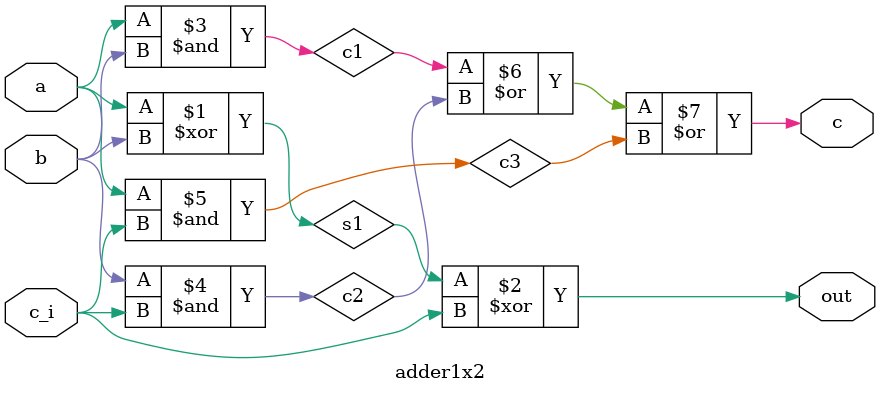
<source format=v>
module adder1x2 (/*AUTOARG*/
   // Outputs
   out, c,
   // Inputs
   a, b, c_i
   ) ;

   input a, b, c_i;
   output out, c;
   wire   s1;
   wire   c1, c2, c3;

   xor x1(s1, a, b);
   xor x2(out, s1, c_i);
   and a0(c1, a, b);
   and a1(c2, b, c_i);
   and a2(c3, a, c_i);
   or o0(c, c1, c2, c3);

endmodule // adder1x2

</source>
